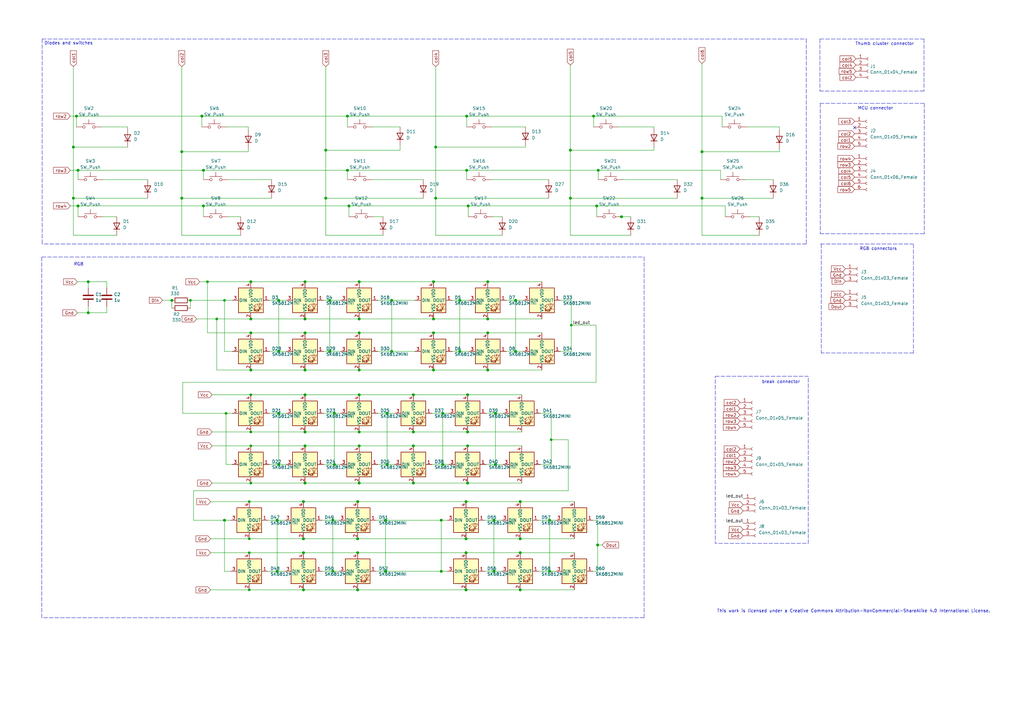
<source format=kicad_sch>
(kicad_sch (version 20231120) (generator "eeschema") (generator_version "8.0")
  (paper "A3")
  (title_block (title "flex.sch") (date "2022-01-04") (rev "2.2") (company "bastard keyboards") (comment 3 "CC BY-NC-SA 4.0") (comment 4 "Copyright Quentin Lebastard 2022"))
  (junction (at 125.095 161.925) (diameter 1.016))
  (junction (at 147.32 182.88) (diameter 1.016))
  (junction (at 160.655 144.145) (diameter 1.016))
  (junction (at 146.685 205.74) (diameter 1.016))
  (junction (at 245.11 223.52) (diameter 1.016))
  (junction (at 114.3 169.545) (diameter 1.016))
  (junction (at 83.439 69.85) (diameter 1.016))
  (junction (at 135.255 144.145) (diameter 1.016))
  (junction (at 147.32 151.765) (diameter 1.016))
  (junction (at 146.685 226.695) (diameter 1.016))
  (junction (at 191.77 182.88) (diameter 1.016))
  (junction (at 114.3 144.145) (diameter 1.016))
  (junction (at 158.115 234.315) (diameter 1.016))
  (junction (at 74.549 62.23) (diameter 1.016))
  (junction (at 147.32 136.525) (diameter 1.016))
  (junction (at 142.494 69.85) (diameter 1.016))
  (junction (at 191.77 161.925) (diameter 1.016))
  (junction (at 211.455 144.145) (diameter 1.016))
  (junction (at 158.75 190.5) (diameter 1.016))
  (junction (at 226.06 180.34))
  (junction (at 146.685 220.98) (diameter 1.016))
  (junction (at 243.459 47.625) (diameter 1.016))
  (junction (at 287.909 81.28) (diameter 1.016))
  (junction (at 177.8 130.81) (diameter 1.016))
  (junction (at 200.025 115.57) (diameter 1.016))
  (junction (at 137.16 190.5) (diameter 1.016))
  (junction (at 36.195 115.57) (diameter 1.016))
  (junction (at 191.389 69.85) (diameter 1.016))
  (junction (at 146.685 241.935) (diameter 1.016))
  (junction (at 287.909 62.23) (diameter 1.016))
  (junction (at 70.485 123.19) (diameter 1.016))
  (junction (at 83.439 84.455) (diameter 1.016))
  (junction (at 169.545 161.925) (diameter 1.016))
  (junction (at 203.2 169.545) (diameter 1.016))
  (junction (at 113.665 234.315) (diameter 1.016))
  (junction (at 143.129 84.455) (diameter 1.016))
  (junction (at 181.61 169.545) (diameter 1.016))
  (junction (at 78.105 123.19))
  (junction (at 125.095 115.57) (diameter 1.016))
  (junction (at 114.3 190.5) (diameter 1.016))
  (junction (at 177.8 151.765) (diameter 1.016))
  (junction (at 225.425 234.315) (diameter 1.016))
  (junction (at 30.099 60.325) (diameter 1.016))
  (junction (at 102.87 115.57) (diameter 1.016))
  (junction (at 137.16 169.545) (diameter 1.016))
  (junction (at 136.525 213.36) (diameter 1.016))
  (junction (at 245.364 69.85) (diameter 1.016))
  (junction (at 191.389 47.625) (diameter 1.016))
  (junction (at 169.545 182.88) (diameter 1.016))
  (junction (at 200.025 151.765) (diameter 1.016))
  (junction (at 92.075 123.19))
  (junction (at 191.135 226.695) (diameter 1.016))
  (junction (at 102.87 136.525) (diameter 1.016))
  (junction (at 234.315 133.35))
  (junction (at 158.75 169.545) (diameter 1.016))
  (junction (at 200.025 136.525) (diameter 1.016))
  (junction (at 102.235 205.74))
  (junction (at 102.87 130.81) (diameter 1.016))
  (junction (at 213.36 205.74) (diameter 1.016))
  (junction (at 135.255 123.19) (diameter 1.016))
  (junction (at 213.36 226.695) (diameter 1.016))
  (junction (at 114.3 123.19) (diameter 1.016))
  (junction (at 225.425 213.36) (diameter 1.016))
  (junction (at 169.545 177.165) (diameter 1.016))
  (junction (at 142.494 47.625) (diameter 1.016))
  (junction (at 191.77 177.165) (diameter 1.016))
  (junction (at 133.604 61.595) (diameter 1.016))
  (junction (at 203.2 190.5) (diameter 1.016))
  (junction (at 125.095 151.765) (diameter 1.016))
  (junction (at 180.975 234.315) (diameter 1.016))
  (junction (at 36.195 128.27) (diameter 1.016))
  (junction (at 113.665 213.36) (diameter 1.016))
  (junction (at 169.545 198.12) (diameter 1.016))
  (junction (at 136.525 234.315) (diameter 1.016))
  (junction (at 147.32 161.925) (diameter 1.016))
  (junction (at 191.77 198.12) (diameter 1.016))
  (junction (at 102.87 182.88))
  (junction (at 202.565 234.315) (diameter 1.016))
  (junction (at 133.604 81.28) (diameter 1.016))
  (junction (at 102.235 220.98))
  (junction (at 147.32 130.81) (diameter 1.016))
  (junction (at 177.8 136.525) (diameter 1.016))
  (junction (at 125.095 182.88) (diameter 1.016))
  (junction (at 188.595 144.145) (diameter 1.016))
  (junction (at 244.729 84.455) (diameter 1.016))
  (junction (at 202.565 213.36) (diameter 1.016))
  (junction (at 124.46 226.695) (diameter 1.016))
  (junction (at 177.8 115.57) (diameter 1.016))
  (junction (at 158.115 213.36) (diameter 1.016))
  (junction (at 30.099 81.28) (diameter 1.016))
  (junction (at 181.61 190.5) (diameter 1.016))
  (junction (at 102.87 198.12))
  (junction (at 31.369 47.625) (diameter 1.016))
  (junction (at 188.595 123.19) (diameter 1.016))
  (junction (at 102.87 161.925))
  (junction (at 102.87 151.765) (diameter 1.016))
  (junction (at 102.87 177.165))
  (junction (at 192.024 84.455) (diameter 1.016))
  (junction (at 85.09 115.57))
  (junction (at 254.889 88.9) (diameter 1.016))
  (junction (at 191.135 241.935) (diameter 1.016))
  (junction (at 147.32 177.165) (diameter 1.016))
  (junction (at 178.689 81.28) (diameter 1.016))
  (junction (at 125.095 198.12) (diameter 1.016))
  (junction (at 211.455 123.19) (diameter 1.016))
  (junction (at 147.32 198.12) (diameter 1.016))
  (junction (at 32.004 69.85) (diameter 1.016))
  (junction (at 191.135 220.98) (diameter 1.016))
  (junction (at 147.32 115.57) (diameter 1.016))
  (junction (at 92.075 213.36) (diameter 1.016))
  (junction (at 124.46 220.98) (diameter 1.016))
  (junction (at 233.934 61.595) (diameter 1.016))
  (junction (at 88.9 130.81))
  (junction (at 74.549 81.28) (diameter 1.016))
  (junction (at 124.46 241.935) (diameter 1.016))
  (junction (at 213.36 220.98) (diameter 1.016))
  (junction (at 178.689 60.325) (diameter 1.016))
  (junction (at 160.655 123.19) (diameter 1.016))
  (junction (at 213.36 241.935) (diameter 1.016))
  (junction (at 191.135 205.74) (diameter 1.016))
  (junction (at 124.46 205.74) (diameter 1.016))
  (junction (at 200.025 130.81) (diameter 1.016))
  (junction (at 125.095 177.165) (diameter 1.016))
  (junction (at 102.235 226.695))
  (junction (at 32.004 84.455) (diameter 1.016))
  (junction (at 233.934 81.28) (diameter 1.016))
  (junction (at 125.095 130.81) (diameter 1.016))
  (junction (at 92.71 169.545))
  (junction (at 102.235 241.935))
  (junction (at 125.095 136.525) (diameter 1.016))
  (junction (at 82.804 47.625) (diameter 1.016))
  (junction (at 180.975 213.36) (diameter 1.016))
  (no_connect (at 350.52 52.324))
  (wire (pts (xy 254.889 88.9) (xy 258.699 88.9)))
  (wire (pts (xy 213.36 220.98) (xy 235.585 220.98)))
  (wire (pts (xy 136.525 213.36) (xy 139.065 213.36)))
  (wire (pts (xy 178.689 60.325) (xy 215.519 60.325)))
  (wire (pts (xy 125.095 115.57) (xy 147.32 115.57)))
  (wire (pts (xy 203.2 169.545) (xy 203.2 190.5)))
  (wire (pts (xy 178.689 27.305) (xy 178.689 60.325)))
  (wire (pts (xy 154.94 190.5) (xy 158.75 190.5)))
  (wire (pts (xy 125.095 161.925) (xy 147.32 161.925)))
  (wire (pts (xy 158.115 234.315) (xy 180.975 234.315)))
  (polyline (pts (xy 336.423 42.418) (xy 336.423 95.885)) (stroke (width 0) (type dash)))
  (polyline (pts (xy 330.708 16.002) (xy 330.708 100.076)) (stroke (width 0) (type dash)))
  (wire (pts (xy 74.549 27.305) (xy 74.549 62.23)))
  (wire (pts (xy 147.32 130.81) (xy 177.8 130.81)))
  (wire (pts (xy 136.525 213.36) (xy 136.525 234.315)))
  (wire (pts (xy 36.195 115.57) (xy 31.75 115.57)))
  (wire (pts (xy 305.689 73.66) (xy 317.119 73.66)))
  (wire (pts (xy 211.455 123.19) (xy 214.63 123.19)))
  (wire (pts (xy 132.715 123.19) (xy 135.255 123.19)))
  (wire (pts (xy 143.129 84.455) (xy 192.024 84.455)))
  (wire (pts (xy 169.545 161.925) (xy 191.77 161.925)))
  (wire (pts (xy 93.599 88.9) (xy 98.679 88.9)))
  (wire (pts (xy 296.164 47.625) (xy 296.164 52.07)))
  (polyline (pts (xy 336.804 100.076) (xy 336.804 144.78)) (stroke (width 0) (type dash)))
  (wire (pts (xy 86.995 161.925) (xy 102.87 161.925)))
  (wire (pts (xy 32.004 69.85) (xy 83.439 69.85)))
  (wire (pts (xy 132.715 144.145) (xy 135.255 144.145)))
  (wire (pts (xy 202.565 213.36) (xy 205.74 213.36)))
  (wire (pts (xy 185.42 144.145) (xy 188.595 144.145)))
  (wire (pts (xy 43.815 115.57) (xy 36.195 115.57)))
  (wire (pts (xy 234.315 123.19) (xy 234.315 133.35)))
  (wire (pts (xy 28.829 84.455) (xy 32.004 84.455)))
  (wire (pts (xy 287.909 96.52) (xy 311.404 96.52)))
  (wire (pts (xy 177.165 190.5) (xy 181.61 190.5)))
  (wire (pts (xy 32.004 84.455) (xy 32.004 88.9)))
  (polyline (pts (xy 17.272 16.002) (xy 17.272 100.076)) (stroke (width 0) (type dash)))
  (wire (pts (xy 85.09 115.57) (xy 85.09 136.525)))
  (wire (pts (xy 83.439 69.85) (xy 83.439 73.66)))
  (polyline (pts (xy 264.16 105.41) (xy 264.16 253.365)) (stroke (width 0) (type dash)))
  (wire (pts (xy 234.315 133.35) (xy 244.475 133.35)))
  (wire (pts (xy 191.77 177.165) (xy 213.995 177.165)))
  (wire (pts (xy 202.565 213.36) (xy 202.565 234.315)))
  (wire (pts (xy 133.604 61.595) (xy 133.604 81.28)))
  (wire (pts (xy 114.3 169.545) (xy 114.3 190.5)))
  (wire (pts (xy 32.004 84.455) (xy 83.439 84.455)))
  (wire (pts (xy 102.235 226.695) (xy 124.46 226.695)))
  (wire (pts (xy 92.71 169.545) (xy 92.71 190.5)))
  (wire (pts (xy 102.87 182.88) (xy 125.095 182.88)))
  (wire (pts (xy 125.095 130.81) (xy 147.32 130.81)))
  (wire (pts (xy 268.224 52.07) (xy 268.224 52.705)))
  (wire (pts (xy 191.389 47.625) (xy 243.459 47.625)))
  (wire (pts (xy 154.305 213.36) (xy 158.115 213.36)))
  (wire (pts (xy 42.164 88.9) (xy 47.879 88.9)))
  (wire (pts (xy 133.604 96.52) (xy 157.099 96.52)))
  (wire (pts (xy 125.095 177.165) (xy 147.32 177.165)))
  (wire (pts (xy 211.455 144.145) (xy 214.63 144.145)))
  (wire (pts (xy 142.494 47.625) (xy 191.389 47.625)))
  (wire (pts (xy 135.255 123.19) (xy 135.255 144.145)))
  (wire (pts (xy 102.87 177.165) (xy 125.095 177.165)))
  (wire (pts (xy 30.099 60.325) (xy 30.099 81.28)))
  (wire (pts (xy 137.16 169.545) (xy 137.16 190.5)))
  (wire (pts (xy 74.93 169.545) (xy 92.71 169.545)))
  (wire (pts (xy 164.084 59.69) (xy 164.084 61.595)))
  (wire (pts (xy 229.87 123.19) (xy 234.315 123.19)))
  (polyline (pts (xy 374.65 100.076) (xy 374.65 144.78)) (stroke (width 0) (type dash)))
  (wire (pts (xy 297.434 84.455) (xy 297.434 88.9)))
  (wire (pts (xy 147.32 151.765) (xy 177.8 151.765)))
  (wire (pts (xy 86.995 182.88) (xy 102.87 182.88)))
  (wire (pts (xy 146.685 205.74) (xy 191.135 205.74)))
  (wire (pts (xy 124.46 220.98) (xy 146.685 220.98)))
  (wire (pts (xy 177.8 130.81) (xy 200.025 130.81)))
  (wire (pts (xy 124.46 241.935) (xy 146.685 241.935)))
  (polyline (pts (xy 378.968 16.002) (xy 378.968 37.338)) (stroke (width 0) (type dash)))
  (wire (pts (xy 114.3 123.19) (xy 117.475 123.19)))
  (wire (pts (xy 253.619 52.07) (xy 268.224 52.07)))
  (wire (pts (xy 143.129 84.455) (xy 143.129 88.9)))
  (wire (pts (xy 213.36 241.935) (xy 235.585 241.935)))
  (wire (pts (xy 202.565 234.315) (xy 205.74 234.315)))
  (wire (pts (xy 83.439 84.455) (xy 143.129 84.455)))
  (wire (pts (xy 244.475 156.845) (xy 74.93 156.845)))
  (wire (pts (xy 142.494 47.625) (xy 142.494 52.07)))
  (wire (pts (xy 215.519 59.69) (xy 215.519 60.325)))
  (wire (pts (xy 83.439 84.455) (xy 83.439 88.9)))
  (wire (pts (xy 244.475 133.35) (xy 244.475 156.845)))
  (wire (pts (xy 135.255 144.145) (xy 139.7 144.145)))
  (wire (pts (xy 307.594 88.9) (xy 311.404 88.9)))
  (wire (pts (xy 92.075 213.36) (xy 92.075 234.315)))
  (wire (pts (xy 81.915 115.57) (xy 85.09 115.57)))
  (wire (pts (xy 243.459 47.625) (xy 296.164 47.625)))
  (wire (pts (xy 198.755 234.315) (xy 202.565 234.315)))
  (wire (pts (xy 125.095 182.88) (xy 147.32 182.88)))
  (wire (pts (xy 85.09 115.57) (xy 102.87 115.57)))
  (wire (pts (xy 102.87 198.12) (xy 125.095 198.12)))
  (wire (pts (xy 30.099 27.305) (xy 30.099 60.325)))
  (polyline (pts (xy 378.968 37.338) (xy 336.296 37.338)) (stroke (width 0) (type dash)))
  (wire (pts (xy 114.3 169.545) (xy 117.475 169.545)))
  (wire (pts (xy 178.689 81.28) (xy 225.044 81.28)))
  (wire (pts (xy 41.529 52.07) (xy 52.324 52.07)))
  (wire (pts (xy 110.49 169.545) (xy 114.3 169.545)))
  (wire (pts (xy 233.934 61.595) (xy 233.934 81.28)))
  (wire (pts (xy 233.934 81.28) (xy 233.934 96.52)))
  (wire (pts (xy 177.8 115.57) (xy 200.025 115.57)))
  (wire (pts (xy 30.099 96.52) (xy 47.879 96.52)))
  (wire (pts (xy 86.36 241.935) (xy 102.235 241.935)))
  (wire (pts (xy 42.164 73.66) (xy 60.579 73.66)))
  (wire (pts (xy 142.494 69.85) (xy 142.494 73.66)))
  (wire (pts (xy 86.36 220.98) (xy 102.235 220.98)))
  (wire (pts (xy 192.024 84.455) (xy 192.024 88.9)))
  (wire (pts (xy 287.909 81.28) (xy 317.119 81.28)))
  (wire (pts (xy 147.32 161.925) (xy 169.545 161.925)))
  (wire (pts (xy 70.485 123.19) (xy 70.485 126.365)))
  (wire (pts (xy 225.425 213.36) (xy 225.425 234.315)))
  (wire (pts (xy 74.549 81.28) (xy 111.379 81.28)))
  (wire (pts (xy 83.439 69.85) (xy 142.494 69.85)))
  (wire (pts (xy 160.655 123.19) (xy 160.655 144.145)))
  (wire (pts (xy 92.71 190.5) (xy 95.25 190.5)))
  (wire (pts (xy 86.36 205.74) (xy 102.235 205.74)))
  (wire (pts (xy 114.3 144.145) (xy 117.475 144.145)))
  (wire (pts (xy 74.549 81.28) (xy 74.549 96.52)))
  (wire (pts (xy 101.854 60.96) (xy 101.854 62.23)))
  (wire (pts (xy 225.425 234.315) (xy 227.965 234.315)))
  (wire (pts (xy 243.459 47.625) (xy 243.459 52.07)))
  (polyline (pts (xy 264.16 253.365) (xy 17.145 253.365)) (stroke (width 0) (type dash)))
  (wire (pts (xy 306.324 52.07) (xy 319.659 52.07)))
  (wire (pts (xy 147.32 198.12) (xy 169.545 198.12)))
  (wire (pts (xy 30.099 81.28) (xy 30.099 96.52)))
  (wire (pts (xy 110.49 123.19) (xy 114.3 123.19)))
  (wire (pts (xy 287.909 26.035) (xy 287.909 62.23)))
  (wire (pts (xy 191.135 205.74) (xy 213.36 205.74)))
  (wire (pts (xy 92.71 169.545) (xy 95.25 169.545)))
  (wire (pts (xy 31.369 47.625) (xy 82.804 47.625)))
  (wire (pts (xy 191.135 220.98) (xy 213.36 220.98)))
  (wire (pts (xy 158.115 213.36) (xy 158.115 234.315)))
  (wire (pts (xy 207.645 144.145) (xy 211.455 144.145)))
  (wire (pts (xy 191.77 182.88) (xy 213.995 182.88)))
  (wire (pts (xy 213.36 226.695) (xy 235.585 226.695)))
  (wire (pts (xy 137.16 190.5) (xy 139.7 190.5)))
  (wire (pts (xy 180.975 213.36) (xy 180.975 234.315)))
  (wire (pts (xy 191.389 69.85) (xy 245.364 69.85)))
  (wire (pts (xy 80.645 130.81) (xy 88.9 130.81)))
  (wire (pts (xy 102.235 205.74) (xy 124.46 205.74)))
  (polyline (pts (xy 17.145 105.41) (xy 264.16 105.41)) (stroke (width 0) (type dash)))
  (wire (pts (xy 92.075 123.19) (xy 92.075 144.145)))
  (wire (pts (xy 199.39 169.545) (xy 203.2 169.545)))
  (wire (pts (xy 133.604 27.305) (xy 133.604 61.595)))
  (wire (pts (xy 258.699 96.52) (xy 233.934 96.52)))
  (wire (pts (xy 178.689 81.28) (xy 178.689 96.52)))
  (wire (pts (xy 295.529 69.85) (xy 295.529 73.66)))
  (wire (pts (xy 102.87 136.525) (xy 125.095 136.525)))
  (wire (pts (xy 31.75 128.27) (xy 36.195 128.27)))
  (wire (pts (xy 133.604 61.595) (xy 164.084 61.595)))
  (wire (pts (xy 160.655 123.19) (xy 170.18 123.19)))
  (wire (pts (xy 93.599 73.66) (xy 111.379 73.66)))
  (wire (pts (xy 154.94 144.145) (xy 160.655 144.145)))
  (wire (pts (xy 188.595 123.19) (xy 188.595 144.145)))
  (wire (pts (xy 221.615 169.545) (xy 226.06 169.545)))
  (wire (pts (xy 201.549 73.66) (xy 225.044 73.66)))
  (wire (pts (xy 86.995 177.165) (xy 102.87 177.165)))
  (wire (pts (xy 188.595 144.145) (xy 192.405 144.145)))
  (wire (pts (xy 92.075 123.19) (xy 78.105 123.19)))
  (wire (pts (xy 135.255 123.19) (xy 139.7 123.19)))
  (wire (pts (xy 102.87 151.765) (xy 125.095 151.765)))
  (wire (pts (xy 132.08 213.36) (xy 136.525 213.36)))
  (wire (pts (xy 147.32 136.525) (xy 177.8 136.525)))
  (wire (pts (xy 132.715 190.5) (xy 137.16 190.5)))
  (wire (pts (xy 113.665 213.36) (xy 116.84 213.36)))
  (wire (pts (xy 109.855 234.315) (xy 113.665 234.315)))
  (polyline (pts (xy 17.272 16.002) (xy 330.708 16.002)) (stroke (width 0) (type dash)))
  (wire (pts (xy 178.689 96.52) (xy 205.994 96.52)))
  (wire (pts (xy 244.729 84.455) (xy 192.024 84.455)))
  (wire (pts (xy 229.87 144.145) (xy 234.315 144.145)))
  (wire (pts (xy 181.61 169.545) (xy 181.61 190.5)))
  (wire (pts (xy 207.645 123.19) (xy 211.455 123.19)))
  (wire (pts (xy 52.324 52.07) (xy 52.324 52.705)))
  (wire (pts (xy 88.9 151.765) (xy 102.87 151.765)))
  (wire (pts (xy 198.755 213.36) (xy 202.565 213.36)))
  (wire (pts (xy 88.9 130.81) (xy 102.87 130.81)))
  (wire (pts (xy 233.045 180.34) (xy 233.045 201.295)))
  (wire (pts (xy 191.135 241.935) (xy 213.36 241.935)))
  (wire (pts (xy 133.604 81.28) (xy 173.609 81.28)))
  (wire (pts (xy 254.254 88.9) (xy 254.889 88.9)))
  (wire (pts (xy 233.934 61.595) (xy 268.224 61.595)))
  (wire (pts (xy 178.689 60.325) (xy 178.689 81.28)))
  (wire (pts (xy 36.195 118.11) (xy 36.195 115.57)))
  (wire (pts (xy 158.75 169.545) (xy 161.925 169.545)))
  (wire (pts (xy 92.964 52.07) (xy 101.854 52.07)))
  (wire (pts (xy 74.549 62.23) (xy 74.549 81.28)))
  (wire (pts (xy 169.545 177.165) (xy 191.77 177.165)))
  (wire (pts (xy 180.975 213.36) (xy 183.515 213.36)))
  (wire (pts (xy 177.8 151.765) (xy 200.025 151.765)))
  (wire (pts (xy 245.11 234.315) (xy 243.205 234.315)))
  (wire (pts (xy 102.87 130.81) (xy 125.095 130.81)))
  (wire (pts (xy 125.095 198.12) (xy 147.32 198.12)))
  (wire (pts (xy 102.235 220.98) (xy 124.46 220.98)))
  (polyline (pts (xy 336.296 16.002) (xy 378.968 16.002)) (stroke (width 0) (type dash)))
  (wire (pts (xy 147.32 115.57) (xy 177.8 115.57)))
  (wire (pts (xy 28.829 47.625) (xy 31.369 47.625)))
  (wire (pts (xy 268.224 60.325) (xy 268.224 61.595)))
  (wire (pts (xy 114.3 190.5) (xy 117.475 190.5)))
  (wire (pts (xy 202.184 88.9) (xy 205.994 88.9)))
  (wire (pts (xy 287.909 81.28) (xy 287.909 96.52)))
  (wire (pts (xy 191.389 47.625) (xy 191.389 52.07)))
  (wire (pts (xy 200.025 136.525) (xy 222.25 136.525)))
  (wire (pts (xy 154.94 169.545) (xy 158.75 169.545)))
  (wire (pts (xy 113.665 234.315) (xy 116.84 234.315)))
  (wire (pts (xy 160.655 144.145) (xy 170.18 144.145)))
  (wire (pts (xy 86.995 198.12) (xy 102.87 198.12)))
  (wire (pts (xy 200.025 151.765) (xy 222.25 151.765)))
  (wire (pts (xy 125.095 136.525) (xy 147.32 136.525)))
  (wire (pts (xy 146.685 241.935) (xy 191.135 241.935)))
  (polyline (pts (xy 336.55 100.076) (xy 374.396 100.076)) (stroke (width 0) (type dash)))
  (polyline (pts (xy 336.296 16.002) (xy 336.296 37.338)) (stroke (width 0) (type dash)))
  (wire (pts (xy 245.11 223.52) (xy 245.11 234.315)))
  (wire (pts (xy 211.455 123.19) (xy 211.455 144.145)))
  (wire (pts (xy 36.195 128.27) (xy 36.195 125.73)))
  (wire (pts (xy 244.729 84.455) (xy 297.434 84.455)))
  (wire (pts (xy 191.77 198.12) (xy 213.995 198.12)))
  (wire (pts (xy 110.49 144.145) (xy 114.3 144.145)))
  (wire (pts (xy 92.075 213.36) (xy 94.615 213.36)))
  (wire (pts (xy 158.75 190.5) (xy 161.925 190.5)))
  (wire (pts (xy 245.11 213.36) (xy 245.11 223.52)))
  (wire (pts (xy 147.32 182.88) (xy 169.545 182.88)))
  (wire (pts (xy 319.659 60.96) (xy 319.659 62.23)))
  (polyline (pts (xy 379.095 42.418) (xy 379.095 95.885)) (stroke (width 0) (type dash)))
  (wire (pts (xy 203.2 190.5) (xy 206.375 190.5)))
  (wire (pts (xy 124.46 226.695) (xy 146.685 226.695)))
  (wire (pts (xy 85.09 136.525) (xy 102.87 136.525)))
  (wire (pts (xy 31.369 47.625) (xy 31.369 52.07)))
  (wire (pts (xy 226.06 180.34) (xy 233.045 180.34)))
  (wire (pts (xy 203.2 169.545) (xy 206.375 169.545)))
  (wire (pts (xy 177.8 136.525) (xy 200.025 136.525)))
  (wire (pts (xy 102.87 161.925) (xy 125.095 161.925)))
  (wire (pts (xy 220.98 213.36) (xy 225.425 213.36)))
  (wire (pts (xy 245.364 69.85) (xy 295.529 69.85)))
  (wire (pts (xy 191.389 69.85) (xy 191.389 73.66)))
  (wire (pts (xy 132.715 169.545) (xy 137.16 169.545)))
  (wire (pts (xy 146.685 220.98) (xy 191.135 220.98)))
  (wire (pts (xy 78.105 123.19) (xy 78.105 126.365)))
  (wire (pts (xy 101.854 62.23) (xy 74.549 62.23)))
  (wire (pts (xy 199.39 190.5) (xy 203.2 190.5)))
  (wire (pts (xy 146.685 226.695) (xy 191.135 226.695)))
  (wire (pts (xy 102.87 115.57) (xy 125.095 115.57)))
  (wire (pts (xy 101.854 52.07) (xy 101.854 53.34)))
  (wire (pts (xy 74.549 96.52) (xy 98.679 96.52)))
  (wire (pts (xy 92.075 234.315) (xy 94.615 234.315)))
  (wire (pts (xy 30.099 81.28) (xy 60.579 81.28)))
  (wire (pts (xy 110.49 190.5) (xy 114.3 190.5)))
  (wire (pts (xy 234.315 133.35) (xy 234.315 144.145)))
  (polyline (pts (xy 336.296 42.418) (xy 378.968 42.418)) (stroke (width 0) (type dash)))
  (wire (pts (xy 92.075 144.145) (xy 95.25 144.145)))
  (wire (pts (xy 86.36 226.695) (xy 102.235 226.695)))
  (wire (pts (xy 255.524 73.66) (xy 277.749 73.66)))
  (wire (pts (xy 74.93 156.845) (xy 74.93 169.545)))
  (wire (pts (xy 114.3 123.19) (xy 114.3 144.145)))
  (wire (pts (xy 88.9 130.81) (xy 88.9 151.765)))
  (wire (pts (xy 152.654 73.66) (xy 173.609 73.66)))
  (wire (pts (xy 82.804 47.625) (xy 82.804 52.07)))
  (wire (pts (xy 152.654 52.07) (xy 164.084 52.07)))
  (wire (pts (xy 109.855 213.36) (xy 113.665 213.36)))
  (polyline (pts (xy 17.145 105.41) (xy 17.145 253.365)) (stroke (width 0) (type dash)))
  (wire (pts (xy 226.06 169.545) (xy 226.06 180.34)))
  (wire (pts (xy 233.934 81.28) (xy 277.749 81.28)))
  (wire (pts (xy 79.375 201.295) (xy 79.375 213.36)))
  (wire (pts (xy 153.289 88.9) (xy 157.099 88.9)))
  (wire (pts (xy 191.135 226.695) (xy 213.36 226.695)))
  (wire (pts (xy 133.604 81.28) (xy 133.604 96.52)))
  (wire (pts (xy 243.205 213.36) (xy 245.11 213.36)))
  (wire (pts (xy 200.025 130.81) (xy 222.25 130.81)))
  (wire (pts (xy 136.525 234.315) (xy 139.065 234.315)))
  (wire (pts (xy 79.375 213.36) (xy 92.075 213.36)))
  (wire (pts (xy 43.815 118.11) (xy 43.815 115.57)))
  (wire (pts (xy 158.75 169.545) (xy 158.75 190.5)))
  (wire (pts (xy 226.06 180.34) (xy 226.06 190.5)))
  (polyline (pts (xy 379.095 95.885) (xy 336.423 95.885)) (stroke (width 0) (type dash)))
  (wire (pts (xy 200.025 115.57) (xy 222.25 115.57)))
  (wire (pts (xy 113.665 213.36) (xy 113.665 234.315)))
  (wire (pts (xy 132.08 234.315) (xy 136.525 234.315)))
  (wire (pts (xy 233.934 26.67) (xy 233.934 61.595)))
  (wire (pts (xy 185.42 123.19) (xy 188.595 123.19)))
  (wire (pts (xy 32.004 69.85) (xy 32.004 73.66)))
  (wire (pts (xy 52.324 60.325) (xy 30.099 60.325)))
  (wire (pts (xy 287.909 62.23) (xy 287.909 81.28)))
  (wire (pts (xy 43.815 128.27) (xy 43.815 125.73)))
  (wire (pts (xy 169.545 182.88) (xy 191.77 182.88)))
  (wire (pts (xy 169.545 198.12) (xy 191.77 198.12)))
  (wire (pts (xy 191.77 161.925) (xy 213.995 161.925)))
  (wire (pts (xy 233.045 201.295) (xy 79.375 201.295)))
  (wire (pts (xy 147.32 177.165) (xy 169.545 177.165)))
  (wire (pts (xy 225.425 213.36) (xy 227.965 213.36)))
  (wire (pts (xy 188.595 123.19) (xy 192.405 123.19)))
  (wire (pts (xy 177.165 169.545) (xy 181.61 169.545)))
  (wire (pts (xy 92.075 123.19) (xy 95.25 123.19)))
  (wire (pts (xy 221.615 190.5) (xy 226.06 190.5)))
  (wire (pts (xy 245.11 223.52) (xy 247.015 223.52)))
  (wire (pts (xy 137.16 169.545) (xy 139.7 169.545)))
  (wire (pts (xy 180.975 234.315) (xy 183.515 234.315)))
  (wire (pts (xy 66.675 123.19) (xy 70.485 123.19)))
  (wire (pts (xy 201.549 52.07) (xy 215.519 52.07)))
  (wire (pts (xy 82.804 47.625) (xy 142.494 47.625)))
  (wire (pts (xy 244.729 88.9) (xy 244.729 84.455)))
  (wire (pts (xy 181.61 169.545) (xy 184.15 169.545)))
  (wire (pts (xy 28.829 69.85) (xy 32.004 69.85)))
  (polyline (pts (xy 374.65 144.78) (xy 336.804 144.78)) (stroke (width 0) (type dash)))
  (wire (pts (xy 36.195 128.27) (xy 43.815 128.27)))
  (wire (pts (xy 125.095 151.765) (xy 147.32 151.765)))
  (wire (pts (xy 245.364 69.85) (xy 245.364 73.66)))
  (wire (pts (xy 154.94 123.19) (xy 160.655 123.19)))
  (wire (pts (xy 158.115 213.36) (xy 180.975 213.36)))
  (wire (pts (xy 181.61 190.5) (xy 184.15 190.5)))
  (wire (pts (xy 319.659 52.07) (xy 319.659 53.34)))
  (wire (pts (xy 154.305 234.315) (xy 158.115 234.315)))
  (polyline (pts (xy 330.708 100.076) (xy 17.272 100.076)) (stroke (width 0) (type dash)))
  (wire (pts (xy 124.46 205.74) (xy 146.685 205.74)))
  (wire (pts (xy 287.909 62.23) (xy 319.659 62.23)))
  (wire (pts (xy 220.98 234.315) (xy 225.425 234.315)))
  (wire (pts (xy 213.36 205.74) (xy 235.585 205.74)))
  (wire (pts (xy 142.494 69.85) (xy 191.389 69.85)))
  (wire (pts (xy 102.235 241.935) (xy 124.46 241.935)))
  (rectangle (start 293.37 154.305) (end 331.47 222.885) (stroke (width 0) (type dash)))
  (text "break connector\n" (at 320.294 156.718 0) (effects (font (size 1.27 1.27))))
  (text "RGB" (at 34.29 109.22 180) (effects (font (size 1.27 1.27)) (justify right bottom)))
  (text "Diodes and switches" (at 38.1 18.542 180) (effects (font (size 1.27 1.27)) (justify right bottom)))
  (text "Thumb cluster connector" (at 350.774 18.796 0) (effects (font (size 1.27 1.27)) (justify left bottom)))
  (text "RGB connectors" (at 352.552 102.87 0) (effects (font (size 1.27 1.27)) (justify left bottom)))
  (text "MCU connector" (at 351.79 45.212 0) (effects (font (size 1.27 1.27)) (justify left bottom)))
  (text "This work is licensed under a Creative Commons Attribution-NonCommercial-ShareAlike 4.0 International License." (at 294.005 251.46 0) (effects (font (size 1.27 1.27)) (justify left bottom)))
  (label "led_out" (at 304.8 204.47 180))
  (label "led_out" (at 234.95 133.35 0))
  (label "led_out" (at 304.8 214.63 180))
  (global_label "col4" (shape input) (at 351.028 26.67 180) (property "Intersheetrefs" "${INTERSHEET_REFS}" (effects (hide yes))))
  (global_label "row3" (shape input) (at 28.829 69.85 180) (property "Intersheetrefs" "${INTERSHEET_REFS}" (effects (hide yes))))
  (global_label "row3" (shape input) (at 303.53 191.77 180) (property "Intersheetrefs" "${INTERSHEET_REFS}" (effects (hide yes))))
  (global_label "row4" (shape input) (at 350.52 65.024 180) (property "Intersheetrefs" "${INTERSHEET_REFS}" (effects (hide yes))))
  (global_label "col5" (shape input) (at 233.934 26.67 90) (property "Intersheetrefs" "${INTERSHEET_REFS}" (effects (hide yes))))
  (global_label "Vcc" (shape input) (at 86.36 205.74 180) (property "Intersheetrefs" "${INTERSHEET_REFS}" (effects (hide yes))))
  (global_label "row2" (shape input) (at 28.829 47.625 180) (property "Intersheetrefs" "${INTERSHEET_REFS}" (effects (hide yes))))
  (global_label "col3" (shape input) (at 133.604 27.305 90) (property "Intersheetrefs" "${INTERSHEET_REFS}" (effects (hide yes))))
  (global_label "row5" (shape input) (at 351.028 29.21 180) (property "Intersheetrefs" "${INTERSHEET_REFS}" (effects (hide yes))))
  (global_label "Din" (shape input) (at 66.675 123.19 180) (property "Intersheetrefs" "${INTERSHEET_REFS}" (effects (hide yes))))
  (global_label "col6" (shape input) (at 287.909 26.035 90) (property "Intersheetrefs" "${INTERSHEET_REFS}" (effects (hide yes))))
  (global_label "col1" (shape input) (at 303.53 167.64 180) (property "Intersheetrefs" "${INTERSHEET_REFS}" (effects (hide yes))))
  (global_label "Vcc" (shape input) (at 304.8 207.01 180) (property "Intersheetrefs" "${INTERSHEET_REFS}" (effects (hide yes))))
  (global_label "col2" (shape input) (at 303.53 165.1 180) (property "Intersheetrefs" "${INTERSHEET_REFS}" (effects (hide yes))))
  (global_label "row4" (shape input) (at 303.53 175.26 180) (property "Intersheetrefs" "${INTERSHEET_REFS}" (effects (hide yes))))
  (global_label "Gnd" (shape input) (at 86.995 198.12 180) (property "Intersheetrefs" "${INTERSHEET_REFS}" (effects (hide yes))))
  (global_label "col2" (shape input) (at 303.53 184.15 180) (property "Intersheetrefs" "${INTERSHEET_REFS}" (effects (hide yes))))
  (global_label "Vcc" (shape input) (at 86.36 226.695 180) (property "Intersheetrefs" "${INTERSHEET_REFS}" (effects (hide yes))))
  (global_label "col5" (shape input) (at 350.52 72.644 180) (property "Intersheetrefs" "${INTERSHEET_REFS}" (effects (hide yes))))
  (global_label "row2" (shape input) (at 303.53 170.18 180) (property "Intersheetrefs" "${INTERSHEET_REFS}" (effects (hide yes))))
  (global_label "Din" (shape input) (at 346.71 115.316 180) (property "Intersheetrefs" "${INTERSHEET_REFS}" (effects (hide yes))))
  (global_label "Gnd" (shape input) (at 31.75 128.27 180) (property "Intersheetrefs" "${INTERSHEET_REFS}" (effects (hide yes))))
  (global_label "Gnd" (shape input) (at 86.995 177.165 180) (property "Intersheetrefs" "${INTERSHEET_REFS}" (effects (hide yes))))
  (global_label "col1" (shape input) (at 350.52 57.404 180) (property "Intersheetrefs" "${INTERSHEET_REFS}" (effects (hide yes))))
  (global_label "row2" (shape input) (at 350.52 59.944 180) (property "Intersheetrefs" "${INTERSHEET_REFS}" (effects (hide yes))))
  (global_label "col2" (shape input) (at 351.028 31.75 180) (property "Intersheetrefs" "${INTERSHEET_REFS}" (effects (hide yes))))
  (global_label "Vcc" (shape input) (at 86.995 182.88 180) (property "Intersheetrefs" "${INTERSHEET_REFS}" (effects (hide yes))))
  (global_label "Gnd" (shape input) (at 304.8 209.55 180) (property "Intersheetrefs" "${INTERSHEET_REFS}" (effects (hide yes))))
  (global_label "Vcc" (shape input) (at 304.8 217.17 180) (property "Intersheetrefs" "${INTERSHEET_REFS}" (effects (hide yes))))
  (global_label "col1" (shape input) (at 303.53 186.69 180) (property "Intersheetrefs" "${INTERSHEET_REFS}" (effects (hide yes))))
  (global_label "Vcc" (shape input) (at 346.71 110.236 180) (property "Intersheetrefs" "${INTERSHEET_REFS}" (effects (hide yes))))
  (global_label "Gnd" (shape input) (at 346.71 112.776 180) (property "Intersheetrefs" "${INTERSHEET_REFS}" (effects (hide yes))))
  (global_label "col2" (shape input) (at 74.549 27.305 90) (property "Intersheetrefs" "${INTERSHEET_REFS}" (effects (hide yes))))
  (global_label "row5" (shape input) (at 350.52 77.724 180) (property "Intersheetrefs" "${INTERSHEET_REFS}" (effects (hide yes))))
  (global_label "col2" (shape input) (at 350.52 54.864 180) (property "Intersheetrefs" "${INTERSHEET_REFS}" (effects (hide yes))))
  (global_label "Gnd" (shape input) (at 80.645 130.81 180) (property "Intersheetrefs" "${INTERSHEET_REFS}" (effects (hide yes))))
  (global_label "Dout" (shape input) (at 247.015 223.52 0) (property "Intersheetrefs" "${INTERSHEET_REFS}" (effects (hide yes))))
  (global_label "col4" (shape input) (at 350.52 70.104 180) (property "Intersheetrefs" "${INTERSHEET_REFS}" (effects (hide yes))))
  (global_label "col4" (shape input) (at 178.689 27.305 90) (property "Intersheetrefs" "${INTERSHEET_REFS}" (effects (hide yes))))
  (global_label "Vcc" (shape input) (at 346.71 120.65 180) (property "Intersheetrefs" "${INTERSHEET_REFS}" (effects (hide yes))))
  (global_label "Gnd" (shape input) (at 86.36 241.935 180) (property "Intersheetrefs" "${INTERSHEET_REFS}" (effects (hide yes))))
  (global_label "Vcc" (shape input) (at 31.75 115.57 180) (property "Intersheetrefs" "${INTERSHEET_REFS}" (effects (hide yes))))
  (global_label "row3" (shape input) (at 350.52 67.564 180) (property "Intersheetrefs" "${INTERSHEET_REFS}" (effects (hide yes))))
  (global_label "row4" (shape input) (at 303.53 194.31 180) (property "Intersheetrefs" "${INTERSHEET_REFS}" (effects (hide yes))))
  (global_label "Gnd" (shape input) (at 86.36 220.98 180) (property "Intersheetrefs" "${INTERSHEET_REFS}" (effects (hide yes))))
  (global_label "row3" (shape input) (at 303.53 172.72 180) (property "Intersheetrefs" "${INTERSHEET_REFS}" (effects (hide yes))))
  (global_label "row2" (shape input) (at 303.53 189.23 180) (property "Intersheetrefs" "${INTERSHEET_REFS}" (effects (hide yes))))
  (global_label "col5" (shape input) (at 351.028 24.13 180) (property "Intersheetrefs" "${INTERSHEET_REFS}" (effects (hide yes))))
  (global_label "Dout" (shape input) (at 346.71 125.73 180) (property "Intersheetrefs" "${INTERSHEET_REFS}" (effects (hide yes))))
  (global_label "row4" (shape input) (at 28.829 84.455 180) (property "Intersheetrefs" "${INTERSHEET_REFS}" (effects (hide yes))))
  (global_label "col1" (shape input) (at 30.099 27.305 90) (property "Intersheetrefs" "${INTERSHEET_REFS}" (effects (hide yes))))
  (global_label "Vcc" (shape input) (at 86.995 161.925 180) (property "Intersheetrefs" "${INTERSHEET_REFS}" (effects (hide yes))))
  (global_label "col3" (shape input) (at 350.52 49.784 180) (property "Intersheetrefs" "${INTERSHEET_REFS}" (effects (hide yes))))
  (global_label "Gnd" (shape input) (at 346.71 123.19 180) (property "Intersheetrefs" "${INTERSHEET_REFS}" (effects (hide yes))))
  (global_label "col6" (shape input) (at 350.52 75.184 180) (property "Intersheetrefs" "${INTERSHEET_REFS}" (effects (hide yes))))
  (global_label "Vcc" (shape input) (at 81.915 115.57 180) (property "Intersheetrefs" "${INTERSHEET_REFS}" (effects (hide yes))))
  (global_label "Gnd" (shape input) (at 304.8 219.71 180) (property "Intersheetrefs" "${INTERSHEET_REFS}" (effects (hide yes))))
  (symbol (lib_id "Device:C") (at 36.195 121.92 0) (unit 1)
    (property "Reference" "C1" (at 39.1161 120.7706 0) (effects (justify left)))
    (property "Value" "1u" (at 39.1161 123.0693 0) (effects (justify left)))
    (property "Footprint" "Capacitor_SMD:C_1206_3216Metric_Pad1.42x1.75mm_HandSolder" (effects (hide yes)))
  )
  (symbol (lib_id "Device:D") (at 225.044 77.47 90) (unit 1)
    (property "Reference" "D27" (at 227.584 75.565 90) (effects (justify right)))
    (property "Value" "D" (at 227.584 78.105 90) (effects (justify right)))
    (property "Footprint" "custom:Diode_TH_SOD123" (effects (hide yes)))
  )
  (symbol (lib_id "Device:D") (at 101.854 57.15 90) (unit 1)
    (property "Reference" "D9" (at 104.394 55.245 90) (effects (justify right)))
    (property "Value" "D" (at 104.394 57.785 90) (effects (justify right)))
    (property "Footprint" "custom:Diode_TH_SOD123" (effects (hide yes)))
  )
  (symbol (lib_id "Device:D") (at 157.099 92.71 90) (unit 1)
    (property "Reference" "D17" (at 159.639 90.805 90) (effects (justify right)))
    (property "Value" "D" (at 159.639 93.345 90) (effects (justify right)))
    (property "Footprint" "custom:Diode_TH_SOD123" (effects (hide yes)))
  )
  (symbol (lib_id "Switch:SW_Push") (at 36.449 52.07 0) (unit 1)
    (property "Reference" "SW2" (at 36.449 44.45 0))
    (property "Value" "SW_Push" (at 36.449 46.99 0))
    (property "Footprint" "kbd:keyswitch_cherrymx_hotswap_1u" (effects (hide yes)))
  )
  (symbol (lib_id "Device:D") (at 47.879 92.71 90) (unit 1)
    (property "Reference" "D1" (at 50.419 90.805 90) (effects (justify right)))
    (property "Value" "D" (at 50.419 93.345 90) (effects (justify right)))
    (property "Footprint" "custom:Diode_TH_SOD123" (effects (hide yes)))
  )
  (symbol (lib_id "Switch:SW_Push") (at 249.809 88.9 0) (unit 1)
    (property "Reference" "SW22" (at 249.809 81.28 0))
    (property "Value" "SW_Push" (at 249.809 83.82 0))
    (property "Footprint" "kbd:keyswitch_cherrymx_hotswap_1u" (effects (hide yes)))
  )
  (symbol (lib_id "Device:D") (at 60.579 77.47 90) (unit 1)
    (property "Reference" "D10" (at 63.119 75.565 90) (effects (justify right)))
    (property "Value" "D" (at 63.119 78.105 90) (effects (justify right)))
    (property "Footprint" "custom:Diode_TH_SOD123" (effects (hide yes)))
  )
  (symbol (lib_id "LED:SK6812MINI") (at 191.77 190.5 0) (unit 1)
    (property "Reference" "D40" (at 200.4061 189.3506 0) (effects (justify left)))
    (property "Value" "SK6812MINI" (at 200.4061 191.6493 0) (effects (justify left)))
    (property "Footprint" "libs2:YS-SK6812MINI-E_REVERSE_NO_EDGECUT" (effects (hide yes)))
    (property "Datasheet" "https://cdn-shop.adafruit.com/product-files/2686/SK6812MINI_REV.01-1-2.pdf" (effects (hide yes)))
  )
  (symbol (lib_id "LED:SK6812MINI") (at 147.32 144.145 0) (unit 1)
    (property "Reference" "D30" (at 155.9561 142.9956 0) (effects (justify left)))
    (property "Value" "SK6812MINI" (at 155.9561 145.2943 0) (effects (justify left)))
    (property "Footprint" "libs2:YS-SK6812MINI-E_REVERSE_NO_EDGECUT" (effects (hide yes)))
    (property "Datasheet" "https://cdn-shop.adafruit.com/product-files/2686/SK6812MINI_REV.01-1-2.pdf" (effects (hide yes)))
  )
  (symbol (lib_id "LED:SK6812MINI") (at 125.095 169.545 0) (unit 1)
    (property "Reference" "D23" (at 133.7311 168.3956 0) (effects (justify left)))
    (property "Value" "SK6812MINI" (at 133.7311 170.6943 0) (effects (justify left)))
    (property "Footprint" "libs2:YS-SK6812MINI-E_REVERSE" (effects (hide yes)))
    (property "Datasheet" "https://cdn-shop.adafruit.com/product-files/2686/SK6812MINI_REV.01-1-2.pdf" (effects (hide yes)))
  )
  (symbol (lib_id "Device:D") (at 277.749 77.47 90) (unit 1)
    (property "Reference" "D32" (at 280.289 75.565 90) (effects (justify right)))
    (property "Value" "D" (at 280.289 78.105 90) (effects (justify right)))
    (property "Footprint" "custom:Diode_TH_SOD123" (effects (hide yes)))
  )
  (symbol (lib_id "LED:SK6812MINI") (at 222.25 123.19 0) (unit 1)
    (property "Reference" "D33" (at 230.8861 122.0406 0) (effects (justify left)))
    (property "Value" "SK6812MINI" (at 230.8861 124.3393 0) (effects (justify left)))
    (property "Footprint" "libs2:YS-SK6812MINI-E_REVERSE" (effects (hide yes)))
    (property "Datasheet" "https://cdn-shop.adafruit.com/product-files/2686/SK6812MINI_REV.01-1-2.pdf" (effects (hide yes)))
  )
  (symbol (lib_id "Device:D") (at 311.404 92.71 90) (unit 1)
    (property "Reference" "D35" (at 313.944 90.805 90) (effects (justify right)))
    (property "Value" "D" (at 313.944 93.345 90) (effects (justify right)))
    (property "Footprint" "custom:Diode_TH_SOD123" (effects (hide yes)))
  )
  (symbol (lib_id "LED:SK6812MINI") (at 169.545 169.545 0) (unit 1)
    (property "Reference" "D37" (at 178.1811 168.3956 0) (effects (justify left)))
    (property "Value" "SK6812MINI" (at 178.1811 170.6943 0) (effects (justify left)))
    (property "Footprint" "libs2:YS-SK6812MINI-E_REVERSE" (effects (hide yes)))
    (property "Datasheet" "https://cdn-shop.adafruit.com/product-files/2686/SK6812MINI_REV.01-1-2.pdf" (effects (hide yes)))
  )
  (symbol (lib_id "LED:SK6812MINI") (at 191.77 169.545 0) (unit 1)
    (property "Reference" "D39" (at 200.4061 168.3956 0) (effects (justify left)))
    (property "Value" "SK6812MINI" (at 200.4061 170.6943 0) (effects (justify left)))
    (property "Footprint" "libs2:YS-SK6812MINI-E_REVERSE" (effects (hide yes)))
    (property "Datasheet" "https://cdn-shop.adafruit.com/product-files/2686/SK6812MINI_REV.01-1-2.pdf" (effects (hide yes)))
  )
  (symbol (lib_id "LED:SK6812MINI") (at 102.87 169.545 0) (unit 1)
    (property "Reference" "D21" (at 111.5061 168.3956 0) (effects (justify left)))
    (property "Value" "SK6812MINI" (at 111.5061 170.6943 0) (effects (justify left)))
    (property "Footprint" "libs2:YS-SK6812MINI-E_REVERSE" (effects (hide yes)))
    (property "Datasheet" "https://cdn-shop.adafruit.com/product-files/2686/SK6812MINI_REV.01-1-2.pdf" (effects (hide yes)))
  )
  (symbol (lib_id "Switch:SW_Push") (at 147.574 73.66 0) (unit 1)
    (property "Reference" "SW11" (at 147.574 66.04 0))
    (property "Value" "SW_Push" (at 147.574 68.58 0))
    (property "Footprint" "kbd:keyswitch_cherrymx_hotswap_1u" (effects (hide yes)))
  )
  (symbol (lib_id "Switch:SW_Push") (at 148.209 88.9 0) (unit 1)
    (property "Reference" "SW12" (at 148.209 81.28 0))
    (property "Value" "SW_Push" (at 148.209 83.82 0))
    (property "Footprint" "kbd:keyswitch_cherrymx_hotswap_1u" (effects (hide yes)))
  )
  (symbol (lib_id "LED:SK6812MINI") (at 102.235 234.315 0) (unit 1)
    (property "Reference" "D48" (at 110.8711 233.1656 0) (effects (justify left)))
    (property "Value" "SK6812MINI" (at 110.8711 235.4643 0) (effects (justify left)))
    (property "Footprint" "libs2:YS-SK6812MINI-E_REVERSE_NO_EDGECUT" (effects (hide yes)))
    (property "Datasheet" "https://cdn-shop.adafruit.com/product-files/2686/SK6812MINI_REV.01-1-2.pdf" (effects (hide yes)))
  )
  (symbol (lib_id "Device:D") (at 205.994 92.71 90) (unit 1)
    (property "Reference" "D20" (at 208.534 90.805 90) (effects (justify right)))
    (property "Value" "D" (at 208.534 93.345 90) (effects (justify right)))
    (property "Footprint" "custom:Diode_TH_SOD123" (effects (hide yes)))
  )
  (symbol (lib_id "Switch:SW_Push") (at 88.519 88.9 0) (unit 1)
    (property "Reference" "SW8" (at 88.519 81.28 0))
    (property "Value" "SW_Push" (at 88.519 83.82 0))
    (property "Footprint" "kbd:keyswitch_cherrymx_hotswap_1u" (effects (hide yes)))
  )
  (symbol (lib_id "Connector:Conn_01x03_Female") (at 351.79 123.19 0) (unit 1)
    (property "Reference" "J5" (at 353.06 121.92 0) (effects (justify left)))
    (property "Value" "Conn_01x03_Female" (at 353.06 124.46 0) (effects (justify left)))
    (property "Footprint" "Connector_PinHeader_2.54mm:PinHeader_1x03_P2.54mm_Vertical" (effects (hide yes)))
  )
  (symbol (lib_id "Connector:Conn_01x05_Female") (at 308.61 170.18 0) (unit 1)
    (property "Reference" "J7" (at 309.88 168.91 0) (effects (justify left)))
    (property "Value" "Conn_01x05_Female" (at 309.88 171.45 0) (effects (justify left)))
    (property "Footprint" "customs:PinHeader_1x05_P2.54mm_Vertical" (effects (hide yes)))
  )
  (symbol (lib_id "LED:SK6812MINI") (at 213.995 169.545 0) (unit 1)
    (property "Reference" "D41" (at 222.6311 168.3956 0) (effects (justify left)))
    (property "Value" "SK6812MINI" (at 222.6311 170.6943 0) (effects (justify left)))
    (property "Footprint" "libs2:YS-SK6812MINI-E_REVERSE" (effects (hide yes)))
    (property "Datasheet" "https://cdn-shop.adafruit.com/product-files/2686/SK6812MINI_REV.01-1-2.pdf" (effects (hide yes)))
  )
  (symbol (lib_id "Switch:SW_Push") (at 87.884 52.07 0) (unit 1)
    (property "Reference" "SW6" (at 87.884 44.45 0))
    (property "Value" "SW_Push" (at 87.884 46.99 0))
    (property "Footprint" "kbd:keyswitch_cherrymx_hotswap_1u" (effects (hide yes)))
  )
  (symbol (lib_id "LED:SK6812MINI") (at 102.235 213.36 0) (unit 1)
    (property "Reference" "D47" (at 110.8711 212.2106 0) (effects (justify left)))
    (property "Value" "SK6812MINI" (at 110.8711 214.5093 0) (effects (justify left)))
    (property "Footprint" "libs2:YS-SK6812MINI-E_REVERSE" (effects (hide yes)))
    (property "Datasheet" "https://cdn-shop.adafruit.com/product-files/2686/SK6812MINI_REV.01-1-2.pdf" (effects (hide yes)))
  )
  (symbol (lib_id "Switch:SW_Push") (at 37.084 73.66 0) (unit 1)
    (property "Reference" "SW3" (at 37.084 66.04 0))
    (property "Value" "SW_Push" (at 37.084 68.58 0))
    (property "Footprint" "kbd:keyswitch_cherrymx_hotswap_1u" (effects (hide yes)))
  )
  (symbol (lib_id "Device:C") (at 43.815 121.92 0) (unit 1)
    (property "Reference" "C2" (at 46.7361 120.7706 0) (effects (justify left)))
    (property "Value" "1u" (at 46.7361 123.0693 0) (effects (justify left)))
    (property "Footprint" "Capacitor_SMD:C_1206_3216Metric_Pad1.42x1.75mm_HandSolder" (effects (hide yes)))
  )
  (symbol (lib_id "LED:SK6812MINI") (at 213.36 234.315 0) (unit 1)
    (property "Reference" "D58" (at 221.9961 233.1656 0) (effects (justify left)))
    (property "Value" "SK6812MINI" (at 221.9961 235.4643 0) (effects (justify left)))
    (property "Footprint" "libs2:YS-SK6812MINI-E_REVERSE_NO_EDGECUT" (effects (hide yes)))
    (property "Datasheet" "https://cdn-shop.adafruit.com/product-files/2686/SK6812MINI_REV.01-1-2.pdf" (effects (hide yes)))
  )
  (symbol (lib_id "LED:SK6812MINI") (at 213.995 190.5 0) (unit 1)
    (property "Reference" "D42" (at 222.6311 189.3506 0) (effects (justify left)))
    (property "Value" "SK6812MINI" (at 222.6311 191.6493 0) (effects (justify left)))
    (property "Footprint" "libs2:YS-SK6812MINI-E_REVERSE_NO_EDGECUT" (effects (hide yes)))
    (property "Datasheet" "https://cdn-shop.adafruit.com/product-files/2686/SK6812MINI_REV.01-1-2.pdf" (effects (hide yes)))
  )
  (symbol (lib_id "LED:SK6812MINI") (at 235.585 213.36 0) (unit 1)
    (property "Reference" "D59" (at 244.2211 212.2106 0) (effects (justify left)))
    (property "Value" "SK6812MINI" (at 244.2211 214.5093 0) (effects (justify left)))
    (property "Footprint" "libs2:YS-SK6812MINI-E_REVERSE" (effects (hide yes)))
    (property "Datasheet" "https://cdn-shop.adafruit.com/product-files/2686/SK6812MINI_REV.01-1-2.pdf" (effects (hide yes)))
  )
  (symbol (lib_id "LED:SK6812MINI") (at 102.87 190.5 0) (unit 1)
    (property "Reference" "D22" (at 111.5061 189.3506 0) (effects (justify left)))
    (property "Value" "SK6812MINI" (at 111.5061 191.6493 0) (effects (justify left)))
    (property "Footprint" "libs2:YS-SK6812MINI-E_REVERSE_NO_EDGECUT" (effects (hide yes)))
    (property "Datasheet" "https://cdn-shop.adafruit.com/product-files/2686/SK6812MINI_REV.01-1-2.pdf" (effects (hide yes)))
  )
  (symbol (lib_id "Device:D") (at 52.324 56.515 90) (unit 1)
    (property "Reference" "D2" (at 54.864 54.61 90) (effects (justify right)))
    (property "Value" "D" (at 54.864 57.15 90) (effects (justify right)))
    (property "Footprint" "custom:Diode_TH_SOD123" (effects (hide yes)))
  )
  (symbol (lib_id "Switch:SW_Push") (at 301.244 52.07 0) (unit 1)
    (property "Reference" "SW24" (at 301.244 44.45 0))
    (property "Value" "SW_Push" (at 301.244 46.99 0))
    (property "Footprint" "kbd:keyswitch_cherrymx_hotswap_1u" (effects (hide yes)))
  )
  (symbol (lib_id "LED:SK6812MINI") (at 222.25 144.145 0) (unit 1)
    (property "Reference" "D34" (at 230.8861 142.9956 0) (effects (justify left)))
    (property "Value" "SK6812MINI" (at 230.8861 145.2943 0) (effects (justify left)))
    (property "Footprint" "libs2:YS-SK6812MINI-E_REVERSE_NO_EDGECUT" (effects (hide yes)))
    (property "Datasheet" "https://cdn-shop.adafruit.com/product-files/2686/SK6812MINI_REV.01-1-2.pdf" (effects (hide yes)))
  )
  (symbol (lib_id "Connector:Conn_01x03_Female") (at 309.88 217.17 0) (unit 1)
    (property "Reference" "J8" (at 311.15 215.9 0) (effects (justify left)))
    (property "Value" "Conn_01x03_Female" (at 311.15 218.44 0) (effects (justify left)))
    (property "Footprint" "Connector_PinHeader_2.54mm:PinHeader_1x03_P2.54mm_Vertical" (effects (hide yes)))
  )
  (symbol (lib_id "Connector:Conn_01x03_Female") (at 309.88 207.01 0) (unit 1)
    (property "Reference" "J6" (at 311.15 205.74 0) (effects (justify left)))
    (property "Value" "Conn_01x03_Female" (at 311.15 208.28 0) (effects (justify left)))
    (property "Footprint" "Connector_PinHeader_2.54mm:PinHeader_1x03_P2.54mm_Vertical" (effects (hide yes)))
  )
  (symbol (lib_id "Switch:SW_Push") (at 248.539 52.07 0) (unit 1)
    (property "Reference" "SW20" (at 248.539 44.45 0))
    (property "Value" "SW_Push" (at 248.539 46.99 0))
    (property "Footprint" "kbd:keyswitch_cherrymx_hotswap_1u" (effects (hide yes)))
  )
  (symbol (lib_id "Device:D") (at 173.609 77.47 90) (unit 1)
    (property "Reference" "D19" (at 176.149 75.565 90) (effects (justify right)))
    (property "Value" "D" (at 176.149 78.105 90) (effects (justify right)))
    (property "Footprint" "custom:Diode_TH_SOD123" (effects (hide yes)))
  )
  (symbol (lib_id "LED:SK6812MINI") (at 147.32 190.5 0) (unit 1)
    (property "Reference" "D26" (at 155.9561 189.3506 0) (effects (justify left)))
    (property "Value" "SK6812MINI" (at 155.9561 191.6493 0) (effects (justify left)))
    (property "Footprint" "libs2:YS-SK6812MINI-E_REVERSE_NO_EDGECUT" (effects (hide yes)))
    (property "Datasheet" "https://cdn-shop.adafruit.com/product-files/2686/SK6812MINI_REV.01-1-2.pdf" (effects (hide yes)))
  )
  (symbol (lib_id "LED:SK6812MINI") (at 177.8 123.19 0) (unit 1)
    (property "Reference" "D5" (at 186.4361 122.0406 0) (effects (justify left)))
    (property "Value" "SK6812MINI" (at 186.4361 124.3393 0) (effects (justify left)))
    (property "Footprint" "libs2:YS-SK6812MINI-E_REVERSE" (effects (hide yes)))
    (property "Datasheet" "https://cdn-shop.adafruit.com/product-files/2686/SK6812MINI_REV.01-1-2.pdf" (effects (hide yes)))
  )
  (symbol (lib_id "LED:SK6812MINI") (at 200.025 123.19 0) (unit 1)
    (property "Reference" "D7" (at 208.6611 122.0406 0) (effects (justify left)))
    (property "Value" "SK6812MINI" (at 208.6611 124.3393 0) (effects (justify left)))
    (property "Footprint" "libs2:YS-SK6812MINI-E_REVERSE" (effects (hide yes)))
    (property "Datasheet" "https://cdn-shop.adafruit.com/product-files/2686/SK6812MINI_REV.01-1-2.pdf" (effects (hide yes)))
  )
  (symbol (lib_id "LED:SK6812MINI") (at 146.685 234.315 0) (unit 1)
    (property "Reference" "D52" (at 155.3211 233.1656 0) (effects (justify left)))
    (property "Value" "SK6812MINI" (at 155.3211 235.4643 0) (effects (justify left)))
    (property "Footprint" "libs2:YS-SK6812MINI-E_REVERSE_NO_EDGECUT" (effects (hide yes)))
    (property "Datasheet" "https://cdn-shop.adafruit.com/product-files/2686/SK6812MINI_REV.01-1-2.pdf" (effects (hide yes)))
  )
  (symbol (lib_id "Device:D") (at 317.119 77.47 90) (unit 1)
    (property "Reference" "D36" (at 319.659 75.565 90) (effects (justify right)))
    (property "Value" "D" (at 319.659 78.105 90) (effects (justify right)))
    (property "Footprint" "custom:Diode_TH_SOD123" (effects (hide yes)))
  )
  (symbol (lib_id "Device:D") (at 164.084 55.88 90) (unit 1)
    (property "Reference" "D11" (at 166.624 53.975 90) (effects (justify right)))
    (property "Value" "D" (at 166.624 56.515 90) (effects (justify right)))
    (property "Footprint" "custom:Diode_TH_SOD123" (effects (hide yes)))
  )
  (symbol (lib_id "Switch:SW_Push") (at 196.469 52.07 0) (unit 1)
    (property "Reference" "SW15" (at 196.469 44.45 0))
    (property "Value" "SW_Push" (at 196.469 46.99 0))
    (property "Footprint" "kbd:keyswitch_cherrymx_hotswap_1u" (effects (hide yes)))
  )
  (symbol (lib_id "Switch:SW_Push") (at 197.104 88.9 0) (unit 1)
    (property "Reference" "SW17" (at 197.104 81.28 0))
    (property "Value" "SW_Push" (at 197.104 83.82 0))
    (property "Footprint" "kbd:keyswitch_cherrymx_hotswap_1u" (effects (hide yes)))
  )
  (symbol (lib_id "LED:SK6812MINI") (at 124.46 234.315 0) (unit 1)
    (property "Reference" "D50" (at 133.0961 233.1656 0) (effects (justify left)))
    (property "Value" "SK6812MINI" (at 133.0961 235.4643 0) (effects (justify left)))
    (property "Footprint" "libs2:YS-SK6812MINI-E_REVERSE_NO_EDGECUT" (effects (hide yes)))
    (property "Datasheet" "https://cdn-shop.adafruit.com/product-files/2686/SK6812MINI_REV.01-1-2.pdf" (effects (hide yes)))
  )
  (symbol (lib_id "Connector:Conn_01x03_Female") (at 351.79 112.776 0) (unit 1)
    (property "Reference" "J3" (at 353.06 111.506 0) (effects (justify left)))
    (property "Value" "Conn_01x03_Female" (at 353.06 114.046 0) (effects (justify left)))
    (property "Footprint" "Connector_PinHeader_2.54mm:PinHeader_1x03_P2.54mm_Vertical" (effects (hide yes)))
  )
  (symbol (lib_id "Device:D") (at 111.379 77.47 90) (unit 1)
    (property "Reference" "D15" (at 113.919 75.565 90) (effects (justify right)))
    (property "Value" "D" (at 113.919 78.105 90) (effects (justify right)))
    (property "Footprint" "custom:Diode_TH_SOD123" (effects (hide yes)))
  )
  (symbol (lib_id "Device:D") (at 215.519 55.88 90) (unit 1)
    (property "Reference" "D13" (at 218.059 53.975 90) (effects (justify right)))
    (property "Value" "D" (at 218.059 56.515 90) (effects (justify right)))
    (property "Footprint" "custom:Diode_TH_SOD123" (effects (hide yes)))
  )
  (symbol (lib_id "LED:SK6812MINI") (at 235.585 234.315 0) (unit 1)
    (property "Reference" "D60" (at 244.2211 233.1656 0) (effects (justify left)))
    (property "Value" "SK6812MINI" (at 244.2211 235.4643 0) (effects (justify left)))
    (property "Footprint" "libs2:YS-SK6812MINI-E_REVERSE_NO_EDGECUT" (effects (hide yes)))
    (property "Datasheet" "https://cdn-shop.adafruit.com/product-files/2686/SK6812MINI_REV.01-1-2.pdf" (effects (hide yes)))
  )
  (symbol (lib_id "Switch:SW_Push") (at 300.609 73.66 0) (unit 1)
    (property "Reference" "SW25" (at 300.609 66.04 0))
    (property "Value" "SW_Push" (at 300.609 68.58 0))
    (property "Footprint" "kbd:keyswitch_cherrymx_hotswap_1u" (effects (hide yes)))
  )
  (symbol (lib_id "Connector:Conn_01x05_Female") (at 308.61 189.23 0) (unit 1)
    (property "Reference" "J9" (at 309.88 187.96 0) (effects (justify left)))
    (property "Value" "Conn_01x05_Female" (at 309.88 190.5 0) (effects (justify left)))
    (property "Footprint" "customs:PinHeader_1x05_P2.54mm_Vertical" (effects (hide yes)))
  )
  (symbol (lib_id "Connector:Conn_01x05_Female") (at 355.6 54.864 0) (unit 1)
    (property "Reference" "J2" (at 356.87 53.594 0) (effects (justify left)))
    (property "Value" "Conn_01x05_Female" (at 356.87 56.134 0) (effects (justify left)))
    (property "Footprint" "customs:PinHeader_1x05_P2.54mm_Vertical" (effects (hide yes)))
  )
  (symbol (lib_id "LED:SK6812MINI") (at 213.36 213.36 0) (unit 1)
    (property "Reference" "D57" (at 221.9961 212.2106 0) (effects (justify left)))
    (property "Value" "SK6812MINI" (at 221.9961 214.5093 0) (effects (justify left)))
    (property "Footprint" "libs2:YS-SK6812MINI-E_REVERSE" (effects (hide yes)))
    (property "Datasheet" "https://cdn-shop.adafruit.com/product-files/2686/SK6812MINI_REV.01-1-2.pdf" (effects (hide yes)))
  )
  (symbol (lib_id "Device:R") (at 74.295 126.365 90) (unit 1)
    (property "Reference" "R2" (at 72.39 128.905 90))
    (property "Value" "330" (at 72.39 131.2037 90))
    (property "Footprint" "Resistor_SMD:R_1206_3216Metric_Pad1.42x1.75mm_HandSolder" (effects (hide yes)))
  )
  (symbol (lib_id "Device:R") (at 74.295 123.19 90) (unit 1)
    (property "Reference" "R1" (at 71.755 118.11 90))
    (property "Value" "330" (at 71.755 120.4087 90))
    (property "Footprint" "Resistor_SMD:R_1206_3216Metric_Pad1.42x1.75mm_HandSolder" (effects (hide yes)))
  )
  (symbol (lib_id "Switch:SW_Push") (at 37.084 88.9 0) (unit 1)
    (property "Reference" "SW4" (at 37.084 81.28 0))
    (property "Value" "SW_Push" (at 37.084 83.82 0))
    (property "Footprint" "kbd:keyswitch_cherrymx_hotswap_1u" (effects (hide yes)))
  )
  (symbol (lib_id "LED:SK6812MINI") (at 191.135 234.315 0) (unit 1)
    (property "Reference" "D56" (at 199.7711 233.1656 0) (effects (justify left)))
    (property "Value" "SK6812MINI" (at 199.7711 235.4643 0) (effects (justify left)))
    (property "Footprint" "libs2:YS-SK6812MINI-E_REVERSE_NO_EDGECUT" (effects (hide yes)))
    (property "Datasheet" "https://cdn-shop.adafruit.com/product-files/2686/SK6812MINI_REV.01-1-2.pdf" (effects (hide yes)))
  )
  (symbol (lib_id "LED:SK6812MINI") (at 147.32 169.545 0) (unit 1)
    (property "Reference" "D25" (at 155.9561 168.3956 0) (effects (justify left)))
    (property "Value" "SK6812MINI" (at 155.9561 170.6943 0) (effects (justify left)))
    (property "Footprint" "libs2:YS-SK6812MINI-E_REVERSE" (effects (hide yes)))
    (property "Datasheet" "https://cdn-shop.adafruit.com/product-files/2686/SK6812MINI_REV.01-1-2.pdf" (effects (hide yes)))
  )
  (symbol (lib_id "Switch:SW_Push") (at 147.574 52.07 0) (unit 1)
    (property "Reference" "SW10" (at 147.574 44.45 0))
    (property "Value" "SW_Push" (at 147.574 46.99 0))
    (property "Footprint" "kbd:keyswitch_cherrymx_hotswap_1u" (effects (hide yes)))
  )
  (symbol (lib_id "LED:SK6812MINI") (at 124.46 213.36 0) (unit 1)
    (property "Reference" "D49" (at 133.0961 212.2106 0) (effects (justify left)))
    (property "Value" "SK6812MINI" (at 133.0961 214.5093 0) (effects (justify left)))
    (property "Footprint" "libs2:YS-SK6812MINI-E_REVERSE" (effects (hide yes)))
    (property "Datasheet" "https://cdn-shop.adafruit.com/product-files/2686/SK6812MINI_REV.01-1-2.pdf" (effects (hide yes)))
  )
  (symbol (lib_id "Connector:Conn_01x04_Female") (at 356.108 26.67 0) (unit 1)
    (property "Reference" "J1" (at 356.8193 27.2478 0) (effects (justify left)))
    (property "Value" "Conn_01x04_Female" (at 356.8193 29.5465 0) (effects (justify left)))
    (property "Footprint" "Connector_PinHeader_2.54mm:PinHeader_1x04_P2.54mm_Vertical" (effects (hide yes)))
  )
  (symbol (lib_id "LED:SK6812MINI") (at 125.095 144.145 0) (unit 1)
    (property "Reference" "D29" (at 133.7311 142.9956 0) (effects (justify left)))
    (property "Value" "SK6812MINI" (at 133.7311 145.2943 0) (effects (justify left)))
    (property "Footprint" "libs2:YS-SK6812MINI-E_REVERSE_NO_EDGECUT" (effects (hide yes)))
    (property "Datasheet" "https://cdn-shop.adafruit.com/product-files/2686/SK6812MINI_REV.01-1-2.pdf" (effects (hide yes)))
  )
  (symbol (lib_id "LED:SK6812MINI") (at 102.87 144.145 0) (unit 1)
    (property "Reference" "D28" (at 111.5061 142.9956 0) (effects (justify left)))
    (property "Value" "SK6812MINI" (at 111.5061 145.2943 0) (effects (justify left)))
    (property "Footprint" "libs2:YS-SK6812MINI-E_REVERSE_NO_EDGECUT" (effects (hide yes)))
    (property "Datasheet" "https://cdn-shop.adafruit.com/product-files/2686/SK6812MINI_REV.01-1-2.pdf" (effects (hide yes)))
  )
  (symbol (lib_id "Switch:SW_Push") (at 302.514 88.9 0) (unit 1)
    (property "Reference" "SW26" (at 302.514 81.28 0))
    (property "Value" "SW_Push" (at 302.514 83.82 0))
    (property "Footprint" "kbd:keyswitch_cherrymx_hotswap_1u" (effects (hide yes)))
  )
  (symbol (lib_id "LED:SK6812MINI") (at 169.545 190.5 0) (unit 1)
    (property "Reference" "D38" (at 178.1811 189.3506 0) (effects (justify left)))
    (property "Value" "SK6812MINI" (at 178.1811 191.6493 0) (effects (justify left)))
    (property "Footprint" "libs2:YS-SK6812MINI-E_REVERSE_NO_EDGECUT" (effects (hide yes)))
    (property "Datasheet" "https://cdn-shop.adafruit.com/product-files/2686/SK6812MINI_REV.01-1-2.pdf" (effects (hide yes)))
  )
  (symbol (lib_id "Switch:SW_Push") (at 250.444 73.66 0) (unit 1)
    (property "Reference" "SW21" (at 250.444 66.04 0))
    (property "Value" "SW_Push" (at 250.444 68.58 0))
    (property "Footprint" "kbd:keyswitch_cherrymx_hotswap_1u" (effects (hide yes)))
  )
  (symbol (lib_id "LED:SK6812MINI") (at 177.8 144.145 0) (unit 1)
    (property "Reference" "D6" (at 186.4361 142.9956 0) (effects (justify left)))
    (property "Value" "SK6812MINI" (at 186.4361 145.2943 0) (effects (justify left)))
    (property "Footprint" "libs2:YS-SK6812MINI-E_REVERSE_NO_EDGECUT" (effects (hide yes)))
    (property "Datasheet" "https://cdn-shop.adafruit.com/product-files/2686/SK6812MINI_REV.01-1-2.pdf" (effects (hide yes)))
  )
  (symbol (lib_id "LED:SK6812MINI") (at 125.095 123.19 0) (unit 1)
    (property "Reference" "D4" (at 133.7311 122.0406 0) (effects (justify left)))
    (property "Value" "SK6812MINI" (at 133.7311 124.3393 0) (effects (justify left)))
    (property "Footprint" "libs2:YS-SK6812MINI-E_REVERSE" (effects (hide yes)))
    (property "Datasheet" "https://cdn-shop.adafruit.com/product-files/2686/SK6812MINI_REV.01-1-2.pdf" (effects (hide yes)))
  )
  (symbol (lib_id "Connector:Conn_01x06_Female") (at 355.6 70.104 0) (unit 1)
    (property "Reference" "J4" (at 356.87 70.104 0) (effects (justify left)))
    (property "Value" "Conn_01x06_Female" (at 356.87 72.644 0) (effects (justify left)))
    (property "Footprint" "Connector_PinHeader_2.54mm:PinHeader_1x06_P2.54mm_Vertical" (effects (hide yes)))
  )
  (symbol (lib_id "LED:SK6812MINI") (at 147.32 123.19 0) (unit 1)
    (property "Reference" "D18" (at 155.9561 122.0406 0) (effects (justify left)))
    (property "Value" "SK6812MINI" (at 155.9561 124.3393 0) (effects (justify left)))
    (property "Footprint" "libs2:YS-SK6812MINI-E_REVERSE" (effects (hide yes)))
    (property "Datasheet" "https://cdn-shop.adafruit.com/product-files/2686/SK6812MINI_REV.01-1-2.pdf" (effects (hide yes)))
  )
  (symbol (lib_id "Switch:SW_Push") (at 196.469 73.66 0) (unit 1)
    (property "Reference" "SW16" (at 196.469 66.04 0))
    (property "Value" "SW_Push" (at 196.469 68.58 0))
    (property "Footprint" "kbd:keyswitch_cherrymx_hotswap_1u" (effects (hide yes)))
  )
  (symbol (lib_id "LED:SK6812MINI") (at 200.025 144.145 0) (unit 1)
    (property "Reference" "D8" (at 208.6611 142.9956 0) (effects (justify left)))
    (property "Value" "SK6812MINI" (at 208.6611 145.2943 0) (effects (justify left)))
    (property "Footprint" "libs2:YS-SK6812MINI-E_REVERSE_NO_EDGECUT" (effects (hide yes)))
    (property "Datasheet" "https://cdn-shop.adafruit.com/product-files/2686/SK6812MINI_REV.01-1-2.pdf" (effects (hide yes)))
  )
  (symbol (lib_id "LED:SK6812MINI") (at 125.095 190.5 0) (unit 1)
    (property "Reference" "D24" (at 133.7311 189.3506 0) (effects (justify left)))
    (property "Value" "SK6812MINI" (at 133.7311 191.6493 0) (effects (justify left)))
    (property "Footprint" "libs2:YS-SK6812MINI-E_REVERSE_NO_EDGECUT" (effects (hide yes)))
    (property "Datasheet" "https://cdn-shop.adafruit.com/product-files/2686/SK6812MINI_REV.01-1-2.pdf" (effects (hide yes)))
  )
  (symbol (lib_id "LED:SK6812MINI") (at 102.87 123.19 0) (unit 1)
    (property "Reference" "D3" (at 111.5061 122.0406 0) (effects (justify left)))
    (property "Value" "SK6812MINI" (at 111.5061 124.3393 0) (effects (justify left)))
    (property "Footprint" "libs2:YS-SK6812MINI-E_REVERSE" (effects (hide yes)))
    (property "Datasheet" "https://cdn-shop.adafruit.com/product-files/2686/SK6812MINI_REV.01-1-2.pdf" (effects (hide yes)))
  )
  (symbol (lib_id "Device:D") (at 319.659 57.15 90) (unit 1)
    (property "Reference" "D16" (at 322.199 55.245 90) (effects (justify right)))
    (property "Value" "D" (at 322.199 57.785 90) (effects (justify right)))
    (property "Footprint" "custom:Diode_TH_SOD123" (effects (hide yes)))
  )
  (symbol (lib_id "LED:SK6812MINI") (at 191.135 213.36 0) (unit 1)
    (property "Reference" "D55" (at 199.7711 212.2106 0) (effects (justify left)))
    (property "Value" "SK6812MINI" (at 199.7711 214.5093 0) (effects (justify left)))
    (property "Footprint" "libs2:YS-SK6812MINI-E_REVERSE" (effects (hide yes)))
    (property "Datasheet" "https://cdn-shop.adafruit.com/product-files/2686/SK6812MINI_REV.01-1-2.pdf" (effects (hide yes)))
  )
  (symbol (lib_id "Device:D") (at 258.699 92.71 90) (unit 1)
    (property "Reference" "D31" (at 261.239 90.805 90) (effects (justify right)))
    (property "Value" "D" (at 261.239 93.345 90) (effects (justify right)))
    (property "Footprint" "custom:Diode_TH_SOD123" (effects (hide yes)))
  )
  (symbol (lib_id "LED:SK6812MINI") (at 146.685 213.36 0) (unit 1)
    (property "Reference" "D51" (at 155.3211 212.2106 0) (effects (justify left)))
    (property "Value" "SK6812MINI" (at 155.3211 214.5093 0) (effects (justify left)))
    (property "Footprint" "libs2:YS-SK6812MINI-E_REVERSE" (effects (hide yes)))
    (property "Datasheet" "https://cdn-shop.adafruit.com/product-files/2686/SK6812MINI_REV.01-1-2.pdf" (effects (hide yes)))
  )
  (symbol (lib_id "Device:D") (at 98.679 92.71 90) (unit 1)
    (property "Reference" "D12" (at 101.219 90.805 90) (effects (justify right)))
    (property "Value" "D" (at 101.219 93.345 90) (effects (justify right)))
    (property "Footprint" "custom:Diode_TH_SOD123" (effects (hide yes)))
  )
  (symbol (lib_id "Device:D") (at 268.224 56.515 90) (unit 1)
    (property "Reference" "D14" (at 270.764 54.61 90) (effects (justify right)))
    (property "Value" "D" (at 270.764 57.15 90) (effects (justify right)))
    (property "Footprint" "custom:Diode_TH_SOD123" (effects (hide yes)))
  )
  (symbol (lib_id "Switch:SW_Push") (at 88.519 73.66 0) (unit 1)
    (property "Reference" "SW7" (at 88.519 66.04 0))
    (property "Value" "SW_Push" (at 88.519 68.58 0))
    (property "Footprint" "kbd:keyswitch_cherrymx_hotswap_1u" (effects (hide yes)))
  )
)
</source>
